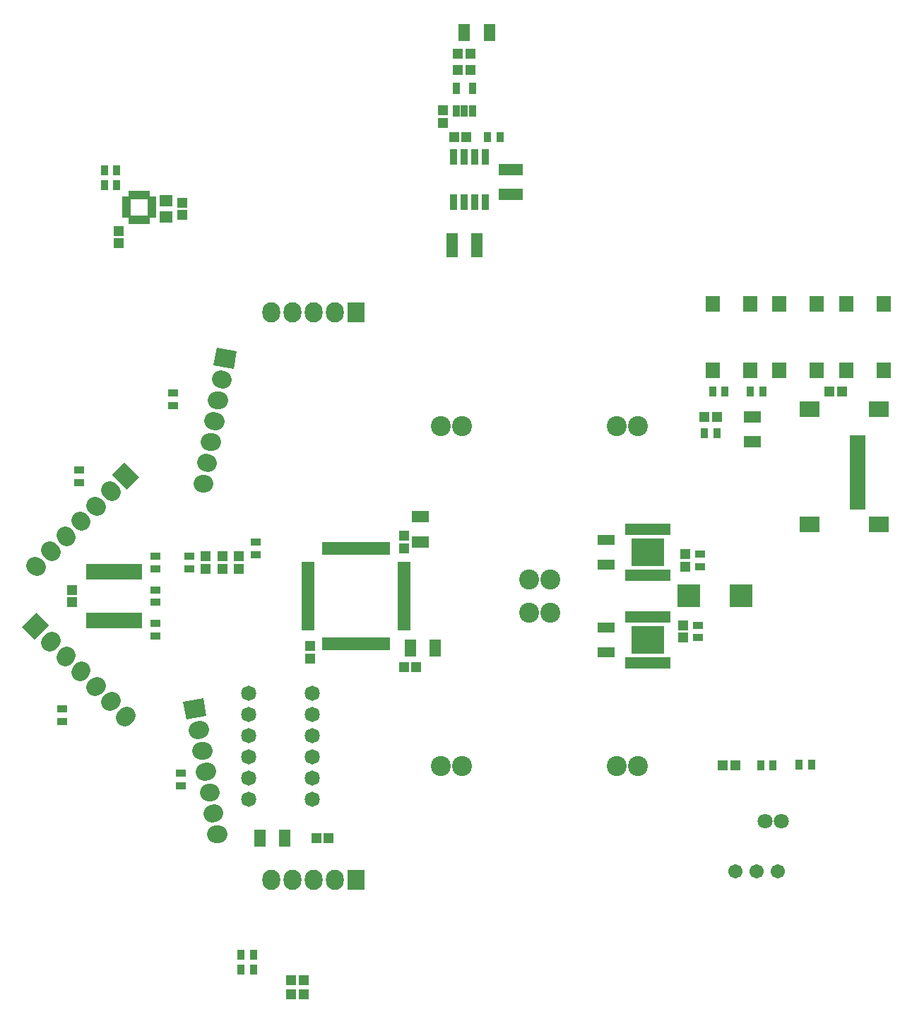
<source format=gbr>
G04 #@! TF.FileFunction,Soldermask,Top*
%FSLAX46Y46*%
G04 Gerber Fmt 4.6, Leading zero omitted, Abs format (unit mm)*
G04 Created by KiCad (PCBNEW 4.0.2-stable) date 3/31/2016 10:50:00 PM*
%MOMM*%
G01*
G04 APERTURE LIST*
%ADD10C,0.100000*%
%ADD11C,2.400000*%
%ADD12C,2.127200*%
%ADD13R,0.950000X1.400000*%
%ADD14R,0.950000X1.900000*%
%ADD15R,1.000000X0.630000*%
%ADD16R,0.630000X1.000000*%
%ADD17C,1.822400*%
%ADD18R,0.850000X1.450000*%
%ADD19R,1.295000X1.870000*%
%ADD20R,0.700000X1.600000*%
%ADD21R,1.600000X0.700000*%
%ADD22C,1.797000*%
%ADD23R,1.197560X1.197560*%
%ADD24R,1.900000X1.200000*%
%ADD25R,2.450000X1.900000*%
%ADD26R,2.127200X2.432000*%
%ADD27O,2.127200X2.432000*%
%ADD28R,0.850000X1.850000*%
%ADD29C,1.708000*%
%ADD30R,1.700000X1.950000*%
%ADD31R,1.400000X2.000000*%
%ADD32R,2.000000X1.400000*%
%ADD33R,1.300000X0.900000*%
%ADD34R,0.900000X1.300000*%
%ADD35R,1.200000X1.150000*%
%ADD36R,1.150000X1.200000*%
%ADD37R,2.770000X2.830000*%
%ADD38R,2.100000X1.300000*%
%ADD39R,2.900000X1.400000*%
%ADD40R,1.400000X2.900000*%
%ADD41R,1.650000X1.400000*%
G04 APERTURE END LIST*
D10*
D11*
X208270000Y-110375000D03*
X210810000Y-110375000D03*
X189730000Y-110375000D03*
X197730000Y-92000000D03*
X200270000Y-92000000D03*
X187190000Y-110375000D03*
X189730000Y-69625000D03*
X187190000Y-69625000D03*
X208270000Y-69625000D03*
X200270000Y-88000000D03*
X197730000Y-88000000D03*
X210810000Y-69625000D03*
D10*
G36*
X159940981Y-62332050D02*
X160310365Y-60237167D01*
X162705417Y-60659480D01*
X162336033Y-62754363D01*
X159940981Y-62332050D01*
X159940981Y-62332050D01*
G37*
D12*
X160732048Y-63970713D02*
X161032218Y-64023641D01*
X160290981Y-66472124D02*
X160591151Y-66525052D01*
X159849915Y-68973536D02*
X160150085Y-69026464D01*
X159408849Y-71474948D02*
X159709019Y-71527876D01*
X158967782Y-73976359D02*
X159267952Y-74029287D01*
X158526716Y-76477771D02*
X158826886Y-76530699D01*
D10*
G36*
X138504083Y-95223767D02*
X136999925Y-93719609D01*
X138719609Y-91999925D01*
X140223767Y-93504083D01*
X138504083Y-95223767D01*
X138504083Y-95223767D01*
G37*
D12*
X140300135Y-95515661D02*
X140515661Y-95300135D01*
X142096186Y-97311712D02*
X142311712Y-97096186D01*
X143892237Y-99107763D02*
X144107763Y-98892237D01*
X145688288Y-100903814D02*
X145903814Y-100688288D01*
X147484339Y-102699865D02*
X147699865Y-102484339D01*
X149280391Y-104495917D02*
X149495917Y-104280391D01*
D10*
G36*
X147776233Y-75504083D02*
X149280391Y-73999925D01*
X151000075Y-75719609D01*
X149495917Y-77223767D01*
X147776233Y-75504083D01*
X147776233Y-75504083D01*
G37*
D12*
X147484339Y-77300135D02*
X147699865Y-77515661D01*
X145688288Y-79096186D02*
X145903814Y-79311712D01*
X143892237Y-80892237D02*
X144107763Y-81107763D01*
X142096186Y-82688288D02*
X142311712Y-82903814D01*
X140300135Y-84484339D02*
X140515661Y-84699865D01*
X138504083Y-86280391D02*
X138719609Y-86495917D01*
D10*
G36*
X156663967Y-104754363D02*
X156294583Y-102659480D01*
X158689635Y-102237167D01*
X159059019Y-104332050D01*
X156663967Y-104754363D01*
X156663967Y-104754363D01*
G37*
D12*
X157967782Y-106023641D02*
X158267952Y-105970713D01*
X158408849Y-108525052D02*
X158709019Y-108472124D01*
X158849915Y-111026464D02*
X159150085Y-110973536D01*
X159290981Y-113527876D02*
X159591151Y-113474948D01*
X159732048Y-116029287D02*
X160032218Y-115976359D01*
X160173114Y-118530699D02*
X160473284Y-118477771D01*
D13*
X190949938Y-31850063D03*
X189999937Y-31850063D03*
X189049937Y-31850063D03*
X190949938Y-29150062D03*
X189049937Y-29150062D03*
D14*
X189994937Y-42820063D03*
X189994937Y-37420062D03*
X188724937Y-42820063D03*
X191264938Y-42820063D03*
X192534938Y-42820063D03*
X191264938Y-37420062D03*
X192534938Y-37420062D03*
X188724937Y-37420062D03*
D15*
X149530000Y-42420000D03*
X149530000Y-42820000D03*
X149530000Y-43220000D03*
X149530000Y-43620000D03*
X149530000Y-44020000D03*
X149530000Y-44420000D03*
D16*
X150030000Y-44920000D03*
X150430000Y-44920000D03*
X150830000Y-44920000D03*
X151230000Y-44920000D03*
X151630000Y-44920000D03*
X152030000Y-44920000D03*
D15*
X152530000Y-44420000D03*
X152530000Y-44020000D03*
X152530000Y-43620000D03*
X152530000Y-43220000D03*
X152530000Y-42820000D03*
X152530000Y-42420000D03*
D16*
X152030000Y-41920000D03*
X151630000Y-41920000D03*
X151230000Y-41920000D03*
X150830000Y-41920000D03*
X150430000Y-41920000D03*
X150030000Y-41920000D03*
D17*
X171810000Y-111810000D03*
X171810000Y-114350000D03*
X164190000Y-114350000D03*
X164190000Y-109270000D03*
X164190000Y-101650000D03*
X171810000Y-109270000D03*
X164190000Y-104190000D03*
X171810000Y-101650000D03*
X164190000Y-111810000D03*
X171810000Y-106730000D03*
X164190000Y-106730000D03*
X171810000Y-104190000D03*
D18*
X209725000Y-87525000D03*
X210375000Y-87525000D03*
X211025000Y-87525000D03*
X211675000Y-87525000D03*
X212325000Y-87525000D03*
X212975000Y-87525000D03*
X213625000Y-87525000D03*
X214275000Y-87525000D03*
X214275000Y-81975000D03*
X213625000Y-81975000D03*
X212975000Y-81975000D03*
X212325000Y-81975000D03*
X211675000Y-81975000D03*
X211025000Y-81975000D03*
X210375000Y-81975000D03*
X209725000Y-81975000D03*
D19*
X213342500Y-84015000D03*
X212447500Y-84015000D03*
X211552500Y-84015000D03*
X210657500Y-84015000D03*
X213342500Y-85485000D03*
X212447500Y-85485000D03*
X211552500Y-85485000D03*
X210657500Y-85485000D03*
D18*
X209725000Y-98025000D03*
X210375000Y-98025000D03*
X211025000Y-98025000D03*
X211675000Y-98025000D03*
X212325000Y-98025000D03*
X212975000Y-98025000D03*
X213625000Y-98025000D03*
X214275000Y-98025000D03*
X214275000Y-92475000D03*
X213625000Y-92475000D03*
X212975000Y-92475000D03*
X212325000Y-92475000D03*
X211675000Y-92475000D03*
X211025000Y-92475000D03*
X210375000Y-92475000D03*
X209725000Y-92475000D03*
D19*
X213342500Y-94515000D03*
X212447500Y-94515000D03*
X211552500Y-94515000D03*
X210657500Y-94515000D03*
X213342500Y-95985000D03*
X212447500Y-95985000D03*
X211552500Y-95985000D03*
X210657500Y-95985000D03*
D20*
X175249937Y-84249937D03*
D21*
X171249937Y-89249937D03*
X171249937Y-92749938D03*
X171249937Y-93249938D03*
X171249937Y-93749938D03*
D20*
X173249937Y-95749938D03*
X174749937Y-95749938D03*
X175249937Y-95749938D03*
X175749937Y-95749938D03*
X176249937Y-95749938D03*
D21*
X182749938Y-89749937D03*
X182749938Y-89249937D03*
X182749938Y-88749937D03*
X182749938Y-88249937D03*
X182749938Y-87749937D03*
X182749938Y-87249937D03*
D20*
X180749938Y-84249937D03*
X180249938Y-84249937D03*
X177749938Y-95749938D03*
X178249938Y-95749938D03*
X178749938Y-95749938D03*
X177749938Y-84249937D03*
X177249938Y-84249937D03*
X176749937Y-84249937D03*
X176249937Y-84249937D03*
X175749937Y-84249937D03*
X174749937Y-84249937D03*
X174249937Y-84249937D03*
X179249938Y-95749938D03*
X179749938Y-95749938D03*
D21*
X182749938Y-93749938D03*
X182749938Y-93249938D03*
X182749938Y-92749938D03*
X182749938Y-92249938D03*
X171249937Y-89749937D03*
X171249937Y-90249938D03*
X171249937Y-90749938D03*
X171249937Y-91249938D03*
D20*
X176749937Y-95749938D03*
X177249938Y-95749938D03*
D21*
X182749938Y-91749938D03*
X182749938Y-91249938D03*
X182749938Y-90749938D03*
X182749938Y-90249938D03*
D20*
X179749938Y-84249937D03*
X179249938Y-84249937D03*
X178749938Y-84249937D03*
D21*
X171249937Y-86749937D03*
X171249937Y-87249937D03*
X171249937Y-87749937D03*
D20*
X178249938Y-84249937D03*
D21*
X171249937Y-88249937D03*
X171249937Y-88749937D03*
X171249937Y-86249937D03*
D20*
X180249938Y-95749938D03*
D21*
X182749938Y-86749937D03*
X171249937Y-92249938D03*
D20*
X174249937Y-95749938D03*
X180749938Y-95749938D03*
D21*
X182749938Y-86249937D03*
D20*
X173249937Y-84249937D03*
D21*
X171249937Y-91749938D03*
D20*
X173749937Y-95749938D03*
X173749937Y-84249937D03*
D22*
X226000000Y-117000000D03*
X228000000Y-117000000D03*
D23*
X169250700Y-136000000D03*
X170749300Y-136000000D03*
X169250700Y-137750000D03*
X170749300Y-137750000D03*
D24*
X237100000Y-71300000D03*
X237100000Y-72400000D03*
X237100000Y-73500000D03*
X237100000Y-74600000D03*
X237100000Y-75700000D03*
X237100000Y-76800000D03*
X237100000Y-77900000D03*
X237100000Y-79000000D03*
D25*
X239700000Y-67625000D03*
X231400000Y-67625000D03*
X231400000Y-81375000D03*
X239700000Y-81375000D03*
D23*
X190249300Y-35000000D03*
X188750700Y-35000000D03*
X220249300Y-68500000D03*
X218750700Y-68500000D03*
D26*
X177000000Y-56000000D03*
D27*
X174460000Y-56000000D03*
X171920000Y-56000000D03*
X169380000Y-56000000D03*
X166840000Y-56000000D03*
D26*
X177000000Y-124000000D03*
D27*
X174460000Y-124000000D03*
X171920000Y-124000000D03*
X169380000Y-124000000D03*
X166840000Y-124000000D03*
D28*
X145075000Y-92950000D03*
X145725000Y-92950000D03*
X146375000Y-92950000D03*
X147025000Y-92950000D03*
X147675000Y-92950000D03*
X148325000Y-92950000D03*
X148975000Y-92950000D03*
X149625000Y-92950000D03*
X150275000Y-92950000D03*
X150925000Y-92950000D03*
X150925000Y-87050000D03*
X150275000Y-87050000D03*
X149625000Y-87050000D03*
X148975000Y-87050000D03*
X148325000Y-87050000D03*
X147675000Y-87050000D03*
X147025000Y-87050000D03*
X146375000Y-87050000D03*
X145725000Y-87050000D03*
X145075000Y-87050000D03*
D29*
X227540000Y-123000000D03*
X225000000Y-123000000D03*
X222460000Y-123000000D03*
D30*
X224250000Y-62975000D03*
X219750000Y-62975000D03*
X219750000Y-55025000D03*
X224250000Y-55025000D03*
X232250000Y-62975000D03*
X227750000Y-62975000D03*
X227750000Y-55025000D03*
X232250000Y-55025000D03*
X240250000Y-62975000D03*
X235750000Y-62975000D03*
X235750000Y-55025000D03*
X240250000Y-55025000D03*
D31*
X190000000Y-22500000D03*
X193000000Y-22500000D03*
X168500000Y-119000000D03*
X165500000Y-119000000D03*
D32*
X224500000Y-71500000D03*
X224500000Y-68500000D03*
D31*
X186500000Y-96250000D03*
X183500000Y-96250000D03*
D32*
X184750000Y-80500000D03*
X184750000Y-83500000D03*
D33*
X157000000Y-85250000D03*
X157000000Y-86750000D03*
D34*
X163250000Y-134750000D03*
X164750000Y-134750000D03*
X163250000Y-133000000D03*
X164750000Y-133000000D03*
D33*
X165000000Y-83540000D03*
X165000000Y-85040000D03*
D34*
X146850000Y-39000000D03*
X148350000Y-39000000D03*
X146850000Y-40750000D03*
X148350000Y-40750000D03*
D33*
X218000000Y-93500000D03*
X218000000Y-95000000D03*
X218250000Y-86500000D03*
X218250000Y-85000000D03*
D34*
X219750000Y-65500000D03*
X221250000Y-65500000D03*
X225750000Y-65500000D03*
X224250000Y-65500000D03*
X194250000Y-35000000D03*
X192750000Y-35000000D03*
D33*
X153000000Y-90750000D03*
X153000000Y-89250000D03*
X153000000Y-94750000D03*
X153000000Y-93250000D03*
X153000000Y-86750000D03*
X153000000Y-85250000D03*
X141770000Y-103520000D03*
X141770000Y-105020000D03*
X156000000Y-111250000D03*
X156000000Y-112750000D03*
X155070000Y-65660000D03*
X155070000Y-67160000D03*
X143830000Y-74880000D03*
X143830000Y-76380000D03*
D34*
X220250000Y-70500000D03*
X218750000Y-70500000D03*
X231610000Y-110240000D03*
X230110000Y-110240000D03*
X227000000Y-110250000D03*
X225500000Y-110250000D03*
D35*
X221000000Y-110250000D03*
X222500000Y-110250000D03*
D36*
X182750000Y-82750000D03*
X182750000Y-84250000D03*
D35*
X184250000Y-98500000D03*
X182750000Y-98500000D03*
D36*
X171500000Y-96000000D03*
X171500000Y-97500000D03*
X161000000Y-86750000D03*
X161000000Y-85250000D03*
X163000000Y-85250000D03*
X163000000Y-86750000D03*
X159000000Y-86750000D03*
X159000000Y-85250000D03*
D35*
X235250000Y-65500000D03*
X233750000Y-65500000D03*
D36*
X143000000Y-90750000D03*
X143000000Y-89250000D03*
X216500000Y-86500000D03*
X216500000Y-85000000D03*
X216250000Y-93500000D03*
X216250000Y-95000000D03*
X156200000Y-44350000D03*
X156200000Y-42850000D03*
X148600000Y-46250000D03*
X148600000Y-47750000D03*
D35*
X172250000Y-119000000D03*
X173750000Y-119000000D03*
D36*
X187410000Y-31820000D03*
X187410000Y-33320000D03*
D35*
X190750000Y-25000000D03*
X189250000Y-25000000D03*
X190750000Y-27000000D03*
X189250000Y-27000000D03*
D37*
X223120000Y-90000000D03*
X216880000Y-90000000D03*
D38*
X207000000Y-96700000D03*
X207000000Y-93800000D03*
X207000000Y-83300000D03*
X207000000Y-86200000D03*
D39*
X195600000Y-38900000D03*
X195600000Y-41900000D03*
D40*
X191500000Y-48000000D03*
X188500000Y-48000000D03*
D41*
X154200000Y-44600000D03*
X154200000Y-42600000D03*
M02*

</source>
